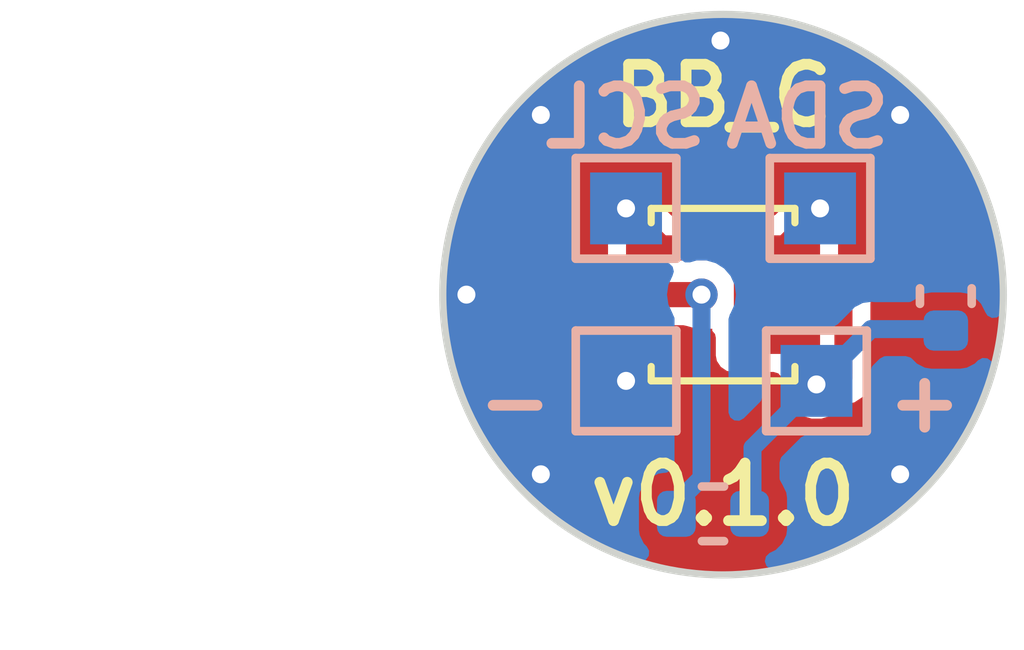
<source format=kicad_pcb>
(kicad_pcb (version 20221018) (generator pcbnew)
  (title_block (title "Blackbody C") (date "2023-07-13") (rev "v0.1.0") (company "LHR Solar") (comment 1 "Matthew Yu"))
  (layers (0 "F.Cu" signal) (31 "B.Cu" signal) (34 "B.Paste" user) (35 "F.Paste" user) (36 "B.SilkS" user "B.Silkscreen") (37 "F.SilkS" user "F.Silkscreen") (38 "B.Mask" user) (39 "F.Mask" user) (44 "Edge.Cuts" user))
  (net 0 "")
  (net 1 "+3V3")
  (net 2 "GND")
  (net 3 "/SCL")
  (net 4 "/SDA")
  (net 5 "Net-(IC101-INT)")
  (footprint "footprints:TSL25911FN" (layer "F.Cu") (at 100 50)
    (fp_text reference "IC101" hide)
    (fp_text value "TSL25911FN" hide)
    (fp_line (start -1 -1.2) (end 1 -1.2) (stroke (width 0.1)) (layer "F.SilkS"))
    (fp_line (start -1 -1) (end -1 -1.2) (stroke (width 0.1)) (layer "F.SilkS"))
    (fp_line (start -1 1) (end -1 1.2) (stroke (width 0.1)) (layer "F.SilkS"))
    (fp_line (start -1 1.2) (end 1 1.2) (stroke (width 0.1)) (layer "F.SilkS"))
    (fp_line (start 1 -1.2) (end 1 -1) (stroke (width 0.1)) (layer "F.SilkS"))
    (fp_line (start 1 1.2) (end 1 1) (stroke (width 0.1)) (layer "F.SilkS"))
    (pad "1" smd rect (at -0.75 -0.65 90) (size 0.35 1.2) (layers "F.Cu" "F.Paste" "F.Mask") (net 3 "/SCL"))
    (pad "2" smd rect (at -0.75 0 90) (size 0.35 1.2) (layers "F.Cu" "F.Paste" "F.Mask") (net 5 "Net-(IC101-INT)"))
    (pad "3" smd rect (at -0.75 0.65 90) (size 0.35 1.2) (layers "F.Cu" "F.Paste" "F.Mask") (net 2 "GND"))
    (pad "4" smd rect (at 0.75 0.65 90) (size 0.35 1.2) (layers "F.Cu" "F.Paste" "F.Mask"))
    (pad "5" smd rect (at 0.75 0 90) (size 0.35 1.2) (layers "F.Cu" "F.Paste" "F.Mask") (net 1 "+3V3"))
    (pad "6" smd rect (at 0.75 -0.65 90) (size 0.35 1.2) (layers "F.Cu" "F.Paste" "F.Mask") (net 4 "/SDA"))
  )
  (footprint "Resistor_SMD:R_0402_1005Metric" (layer "B.Cu") (at 99.86 53.05 180)
    (fp_text reference "R101" hide)
    (fp_text value "1k")
    (fp_line (start -0.153641 -0.38) (end 0.153641 -0.38) (stroke (width 0.12)) (layer "B.SilkS"))
    (fp_line (start -0.153641 0.38) (end 0.153641 0.38) (stroke (width 0.12)) (layer "B.SilkS"))
    (pad "1" smd roundrect (at -0.51 0 180) (size 0.54 0.64) (layers "B.Cu" "B.Paste" "B.Mask") (net 1 "+3V3"))
    (pad "2" smd roundrect (at 0.51 0 180) (size 0.54 0.64) (layers "B.Cu" "B.Paste" "B.Mask") (net 5 "Net-(IC101-INT)"))
  )
  (footprint "TestPoint:TestPoint_Pad_1.0x1.0mm" (layer "B.Cu") (at 98.65 48.8 180)
    (fp_text reference "TP103" hide)
    (fp_text value "TestPoint" hide)
    (fp_line (start -0.7 -0.7) (end -0.7 0.7) (stroke (width 0.12)) (layer "B.SilkS"))
    (fp_line (start -0.7 0.7) (end 0.7 0.7) (stroke (width 0.12)) (layer "B.SilkS"))
    (fp_line (start 0.7 -0.7) (end -0.7 -0.7) (stroke (width 0.12)) (layer "B.SilkS"))
    (fp_line (start 0.7 0.7) (end 0.7 -0.7) (stroke (width 0.12)) (layer "B.SilkS"))
    (pad "1" smd rect (at 0 0 180) (size 1 1) (layers "B.Cu" "B.Mask") (net 3 "/SCL"))
  )
  (footprint "Capacitor_SMD:C_0402_1005Metric" (layer "B.Cu") (at 103.1 50.02 90)
    (fp_text reference "C101" hide)
    (fp_text value "1uF")
    (fp_line (start -0.107836 -0.36) (end 0.107836 -0.36) (stroke (width 0.12)) (layer "B.SilkS"))
    (fp_line (start -0.107836 0.36) (end 0.107836 0.36) (stroke (width 0.12)) (layer "B.SilkS"))
    (pad "1" smd roundrect (at -0.48 0 90) (size 0.56 0.62) (layers "B.Cu" "B.Paste" "B.Mask") (net 1 "+3V3"))
    (pad "2" smd roundrect (at 0.48 0 90) (size 0.56 0.62) (layers "B.Cu" "B.Paste" "B.Mask") (net 2 "GND"))
  )
  (footprint "TestPoint:TestPoint_Pad_1.0x1.0mm" (layer "B.Cu") (at 98.65 51.2 180)
    (fp_text reference "TP101" hide)
    (fp_text value "TestPoint" hide)
    (fp_line (start -0.7 -0.7) (end -0.7 0.7) (stroke (width 0.12)) (layer "B.SilkS"))
    (fp_line (start -0.7 0.7) (end 0.7 0.7) (stroke (width 0.12)) (layer "B.SilkS"))
    (fp_line (start 0.7 -0.7) (end -0.7 -0.7) (stroke (width 0.12)) (layer "B.SilkS"))
    (fp_line (start 0.7 0.7) (end 0.7 -0.7) (stroke (width 0.12)) (layer "B.SilkS"))
    (pad "1" smd rect (at 0 0 180) (size 1 1) (layers "B.Cu" "B.Mask") (net 2 "GND"))
  )
  (footprint "TestPoint:TestPoint_Pad_1.0x1.0mm" (layer "B.Cu") (at 101.3 51.2 180)
    (fp_text reference "TP104" hide)
    (fp_text value "TestPoint" hide)
    (fp_line (start -0.7 -0.7) (end -0.7 0.7) (stroke (width 0.12)) (layer "B.SilkS"))
    (fp_line (start -0.7 0.7) (end 0.7 0.7) (stroke (width 0.12)) (layer "B.SilkS"))
    (fp_line (start 0.7 -0.7) (end -0.7 -0.7) (stroke (width 0.12)) (layer "B.SilkS"))
    (fp_line (start 0.7 0.7) (end 0.7 -0.7) (stroke (width 0.12)) (layer "B.SilkS"))
    (pad "1" smd rect (at 0 0 180) (size 1 1) (layers "B.Cu" "B.Mask") (net 1 "+3V3"))
  )
  (footprint "TestPoint:TestPoint_Pad_1.0x1.0mm" (layer "B.Cu") (at 101.35 48.8 180)
    (fp_text reference "TP102" hide)
    (fp_text value "TestPoint" hide)
    (fp_line (start -0.7 -0.7) (end -0.7 0.7) (stroke (width 0.12)) (layer "B.SilkS"))
    (fp_line (start -0.7 0.7) (end 0.7 0.7) (stroke (width 0.12)) (layer "B.SilkS"))
    (fp_line (start 0.7 -0.7) (end -0.7 -0.7) (stroke (width 0.12)) (layer "B.SilkS"))
    (fp_line (start 0.7 0.7) (end 0.7 -0.7) (stroke (width 0.12)) (layer "B.SilkS"))
    (pad "1" smd rect (at 0 0 180) (size 1 1) (layers "B.Cu" "B.Mask") (net 4 "/SDA"))
  )
  (gr_circle (center 100 50) (end 103.9 50) (stroke (width 0.1)) (fill none) (layer "Edge.Cuts"))
  (gr_text "-" (at 97.7 51.95) (layer "B.SilkS") (effects (font (size 0.8 0.8) (thickness 0.15) bold) (justify left bottom mirror)))
  (gr_text "SDA" (at 102.4 48) (layer "B.SilkS") (effects (font (size 0.8 0.8) (thickness 0.15) bold) (justify left bottom mirror)))
  (gr_text "SCL" (at 99.85 48) (layer "B.SilkS") (effects (font (size 0.8 0.8) (thickness 0.15) bold) (justify left bottom mirror)))
  (gr_text "+" (at 103.4 51.95) (layer "B.SilkS") (effects (font (size 0.8 0.8) (thickness 0.15) bold) (justify left bottom mirror)))
  (gr_text "v0.1.0" (at 100 53.25) (layer "F.SilkS") (effects (font (size 0.8 0.8) (thickness 0.15) bold) (justify bottom)))
  (gr_text "BB_C" (at 100 47.7) (layer "F.SilkS") (effects (font (size 0.8 0.8) (thickness 0.15) bold) (justify bottom)))
  (segment (start 100.75 50) (end 101.6 50) (width 0.25) (layer "F.Cu") (net 1))
  (segment (start 101.675 50.075) (end 101.675 51.15) (width 0.25) (layer "F.Cu") (net 1))
  (segment (start 101.675 50.075) (end 101.675 51.075) (width 0.25) (layer "F.Cu") (net 1))
  (segment (start 101.6 50) (end 101.675 50.075) (width 0.25) (layer "F.Cu") (net 1))
  (segment (start 101.675 51.075) (end 101.500498 51.249502) (width 0.25) (layer "F.Cu") (net 1))
  (segment (start 101.500498 51.249502) (end 101.3 51.249502) (width 0.25) (layer "F.Cu") (net 1))
  (via (at 101.3 51.249502) (size 0.45) (drill 0.25) (layers "F.Cu" "B.Cu") (net 1))
  (segment (start 102.06 50.48) (end 101.24 51.3) (width 0.25) (layer "B.Cu") (net 1))
  (segment (start 100.41 52.13) (end 101.24 51.3) (width 0.25) (layer "B.Cu") (net 1))
  (segment (start 103.2 50.48) (end 102.06 50.48) (width 0.25) (layer "B.Cu") (net 1))
  (segment (start 100.41 53.2) (end 100.41 52.13) (width 0.25) (layer "B.Cu") (net 1))
  (segment (start 99.2 50.65) (end 98.65 51.2) (width 0.25) (layer "F.Cu") (net 2))
  (segment (start 99.25 50.65) (end 99.2 50.65) (width 0.25) (layer "F.Cu") (net 2))
  (via (at 99.964466 46.464466) (size 0.45) (drill 0.25) (layers "F.Cu" "B.Cu") (net 2))
  (via (at 98.65 51.2) (size 0.45) (drill 0.25) (layers "F.Cu" "B.Cu") (net 2))
  (via (at 97.464466 52.5) (size 0.45) (drill 0.25) (layers "F.Cu" "B.Cu") (net 2))
  (via (at 97.464466 47.5) (size 0.45) (drill 0.25) (layers "F.Cu" "B.Cu") (net 2))
  (via (at 102.464466 52.5) (size 0.45) (drill 0.25) (layers "F.Cu" "B.Cu") (net 2))
  (via (at 96.428932 50) (size 0.45) (drill 0.25) (layers "F.Cu" "B.Cu") (net 2))
  (via (at 102.464466 47.5) (size 0.45) (drill 0.25) (layers "F.Cu" "B.Cu") (net 2))
  (segment (start 99.25 49.35) (end 99.2 49.35) (width 0.25) (layer "F.Cu") (net 3))
  (segment (start 99.2 49.35) (end 98.65 48.8) (width 0.25) (layer "F.Cu") (net 3))
  (via (at 98.65 48.8) (size 0.45) (drill 0.25) (layers "F.Cu" "B.Cu") (net 3))
  (segment (start 100.75 49.35) (end 100.8 49.35) (width 0.25) (layer "F.Cu") (net 4))
  (segment (start 100.8 49.35) (end 101.35 48.8) (width 0.25) (layer "F.Cu") (net 4))
  (via (at 101.35 48.8) (size 0.45) (drill 0.25) (layers "F.Cu" "B.Cu") (net 4))
  (segment (start 99.25 50) (end 99.7 50) (width 0.25) (layer "F.Cu") (net 5))
  (via (at 99.7 50) (size 0.45) (drill 0.25) (layers "F.Cu" "B.Cu") (net 5))
  (segment (start 99.7 52.55) (end 99.39 52.86) (width 0.25) (layer "B.Cu") (net 5))
  (segment (start 99.39 52.86) (end 99.39 53.2) (width 0.25) (layer "B.Cu") (net 5))
  (segment (start 99.7 50) (end 99.7 52.55) (width 0.25) (layer "B.Cu") (net 5))
  (zone (net 2) (net_name "GND") (layers "F&B.Cu") (connect_pads yes (clearance 0.25)) (min_thickness 0.25) (fill yes (thermal_gap 0.25) (thermal_bridge_width 0.25))
    (polygon (pts (xy 104.1 45.9) (xy 95.9 45.9) (xy 96 54.1) (xy 104.2 54.1)))
  )
)
</source>
